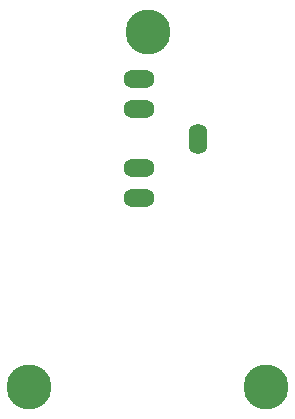
<source format=gbr>
%TF.GenerationSoftware,Altium Limited,Altium Designer,22.4.2 (48)*%
G04 Layer_Color=16711935*
%FSLAX45Y45*%
%MOMM*%
%TF.SameCoordinates,536C032F-4EC3-470D-9469-351792C50264*%
%TF.FilePolarity,Negative*%
%TF.FileFunction,Soldermask,Bot*%
%TF.Part,Single*%
G01*
G75*
%TA.AperFunction,ComponentPad*%
G04:AMPARAMS|DCode=56|XSize=2.6mm|YSize=1.6mm|CornerRadius=0.8mm|HoleSize=0mm|Usage=FLASHONLY|Rotation=0.000|XOffset=0mm|YOffset=0mm|HoleType=Round|Shape=RoundedRectangle|*
%AMROUNDEDRECTD56*
21,1,2.60000,0.00000,0,0,0.0*
21,1,1.00000,1.60000,0,0,0.0*
1,1,1.60000,0.50000,0.00000*
1,1,1.60000,-0.50000,0.00000*
1,1,1.60000,-0.50000,0.00000*
1,1,1.60000,0.50000,0.00000*
%
%ADD56ROUNDEDRECTD56*%
G04:AMPARAMS|DCode=57|XSize=2.6mm|YSize=1.6mm|CornerRadius=0.8mm|HoleSize=0mm|Usage=FLASHONLY|Rotation=270.000|XOffset=0mm|YOffset=0mm|HoleType=Round|Shape=RoundedRectangle|*
%AMROUNDEDRECTD57*
21,1,2.60000,0.00000,0,0,270.0*
21,1,1.00000,1.60000,0,0,270.0*
1,1,1.60000,0.00000,-0.50000*
1,1,1.60000,0.00000,0.50000*
1,1,1.60000,0.00000,0.50000*
1,1,1.60000,0.00000,-0.50000*
%
%ADD57ROUNDEDRECTD57*%
%ADD58C,0.10000*%
%TA.AperFunction,ViaPad*%
%ADD59C,3.80000*%
D56*
X-75000Y-650000D02*
D03*
Y-1150000D02*
D03*
Y-1400000D02*
D03*
Y-400000D02*
D03*
D57*
X425000Y-900000D02*
D03*
D58*
X675000Y-1400000D02*
D03*
X425000D02*
D03*
X675000Y-400000D02*
D03*
X425000D02*
D03*
D59*
X0Y0D02*
D03*
X-1000000Y-3000000D02*
D03*
X1000000D02*
D03*
%TF.MD5,7124114e19ad95785277cfbf866f683a*%
M02*

</source>
